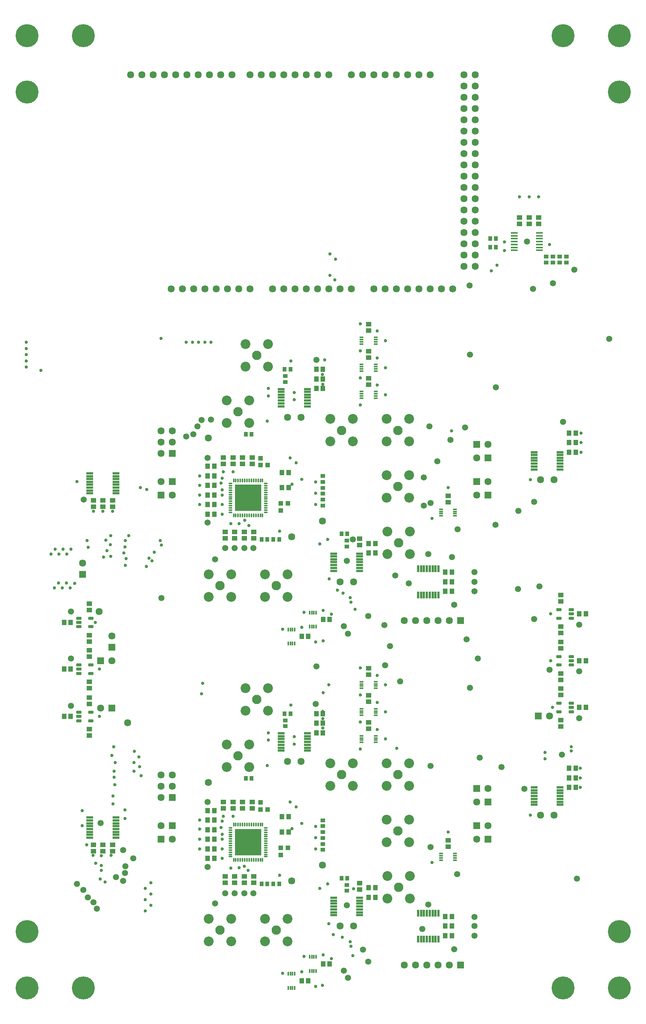
<source format=gbr>
%FSTAX23Y23*%
%MOIN*%
%SFA1B1*%

%IPPOS*%
%AMD65*
4,1,8,0.021900,-0.009800,0.021900,0.009800,0.017700,0.014000,-0.017700,0.014000,-0.021900,0.009800,-0.021900,-0.009800,-0.017700,-0.014000,0.017700,-0.014000,0.021900,-0.009800,0.0*
1,1,0.008425,0.017700,-0.009800*
1,1,0.008425,0.017700,0.009800*
1,1,0.008425,-0.017700,0.009800*
1,1,0.008425,-0.017700,-0.009800*
%
%ADD12R,0.062992X0.013780*%
%ADD57R,0.045748X0.041811*%
%ADD58R,0.041811X0.035905*%
%ADD59R,0.035905X0.041811*%
%ADD60R,0.062480X0.022126*%
%ADD61O,0.014252X0.033937*%
%ADD62O,0.033937X0.014252*%
%ADD63R,0.041811X0.045748*%
%ADD64R,0.037874X0.016220*%
G04~CAMADD=65~8~0.0~0.0~280.3~437.8~42.1~0.0~15~0.0~0.0~0.0~0.0~0~0.0~0.0~0.0~0.0~0~0.0~0.0~0.0~270.0~438.0~280.0*
%ADD65D65*%
%ADD66R,0.022126X0.062480*%
%ADD67R,0.016220X0.037874*%
%ADD68R,0.238267X0.238267*%
%ADD69R,0.039842X0.039842*%
%ADD70R,0.039842X0.039842*%
%ADD71C,0.204409*%
%ADD72C,0.063464*%
%ADD73C,0.204409*%
%ADD74C,0.087086*%
%ADD75R,0.063464X0.063464*%
%ADD76C,0.083149*%
%ADD77R,0.063464X0.063464*%
%ADD78C,0.029409*%
%ADD79C,0.063464*%
%ADD80C,0.054409*%
%LNcfd_2channel_soldermask_top-1*%
%LPD*%
G54D12*
X047Y06851D03*
Y06826D03*
Y068D03*
Y06775D03*
Y06749D03*
Y06723D03*
Y06698D03*
X04479D03*
Y06723D03*
Y06749D03*
Y06775D03*
Y068D03*
Y06826D03*
Y06851D03*
G54D57*
X04695Y06931D03*
Y06988D03*
X0461Y06931D03*
Y06988D03*
X04525Y06931D03*
Y06988D03*
X01895Y04801D03*
X0191Y04198D03*
X01895Y01746D03*
X0191Y01143D03*
X0389Y04518D03*
X03185Y06043D03*
Y05803D03*
Y05563D03*
X03105Y04138D03*
X0489Y03301D03*
Y03638D03*
Y03223D03*
X02165Y04141D03*
X0208D03*
X0489Y02886D03*
Y02808D03*
X03185Y02988D03*
Y02748D03*
Y02508D03*
X0489Y02471D03*
X0389Y01463D03*
X03105Y01083D03*
X02165Y01086D03*
X0208D03*
X02065Y04858D03*
X01895D03*
X0198D03*
X01995Y04141D03*
X0191D03*
X0091Y04421D03*
X0074D03*
X00825D03*
X00705Y03563D03*
Y03148D03*
Y03226D03*
Y02728D03*
Y02811D03*
Y02391D03*
X02065Y01803D03*
X0198D03*
X01895D03*
X01995Y01086D03*
X0191D03*
X00825Y01366D03*
X0091D03*
X0074D03*
X0215Y01803D03*
Y01746D03*
X03105Y01026D03*
X03185Y02691D03*
Y02451D03*
Y02931D03*
X01995Y01143D03*
X0198Y01746D03*
X0389Y01406D03*
X0208Y01143D03*
X02065Y01746D03*
X02165Y01143D03*
Y04198D03*
X02065Y04801D03*
X0208Y04198D03*
X0389Y04461D03*
X0198Y04801D03*
X01995Y04198D03*
X03185Y05986D03*
Y05506D03*
Y05746D03*
X03105Y04081D03*
X0215Y04858D03*
Y04801D03*
X0489Y02528D03*
X00705Y02671D03*
X0489Y02751D03*
X00705Y02448D03*
X0489Y03358D03*
Y02943D03*
Y03581D03*
Y03166D03*
X00705Y03506D03*
Y03091D03*
Y03283D03*
Y02868D03*
X0074Y04478D03*
X00825D03*
X0091D03*
X0074Y01423D03*
X00825D03*
X0091D03*
G54D58*
X0494Y06589D03*
Y0664D03*
X0482Y06589D03*
Y0664D03*
X0488Y06589D03*
Y0664D03*
X0476Y06589D03*
Y0664D03*
X02779Y04643D03*
Y04538D03*
Y04433D03*
Y01588D03*
Y01483D03*
Y01378D03*
Y01639D03*
X02445Y02525D03*
Y02474D03*
X02779Y01534D03*
X0299Y01065D03*
Y01014D03*
X02779Y01429D03*
Y04484D03*
X0299Y0412D03*
Y04069D03*
X02779Y04589D03*
X02445Y0558D03*
Y05529D03*
X02779Y04694D03*
G54D59*
X04264Y06725D03*
X04315D03*
Y068D03*
X04264D03*
X0249Y0564D03*
X02145Y05065D03*
X02944Y0418D03*
X02285Y0413D03*
X0239D03*
X0249Y02585D03*
X02145Y0201D03*
X02944Y01125D03*
X02285Y01075D03*
X0239D03*
X02094Y0201D03*
X02339Y01075D03*
X02234D03*
X02439Y02585D03*
X02995Y01125D03*
Y0418D03*
X02439Y0564D03*
X02234Y0413D03*
X02339D03*
X02094Y05065D03*
G54D60*
X04654Y04804D03*
X02409Y05364D03*
Y02309D03*
X04654Y01829D03*
X02874Y03904D03*
Y00849D03*
X04654Y04753D03*
X02409Y05313D03*
X02874Y03853D03*
X04654Y01778D03*
X02409Y02258D03*
X02874Y00798D03*
X00709Y04642D03*
Y01664D03*
Y01638D03*
Y01587D03*
Y01485D03*
X04654Y04906D03*
Y04881D03*
Y04855D03*
Y0483D03*
Y04778D03*
X04885Y04753D03*
Y04778D03*
Y04804D03*
Y0483D03*
Y04855D03*
Y04881D03*
Y04906D03*
X02409Y02411D03*
Y02386D03*
Y0236D03*
Y02335D03*
Y02283D03*
X0264Y02258D03*
Y02283D03*
Y02309D03*
Y02335D03*
Y0236D03*
Y02386D03*
Y02411D03*
X02874Y00951D03*
Y00926D03*
Y009D03*
Y00875D03*
Y00823D03*
X03105Y00798D03*
Y00823D03*
Y00849D03*
Y00875D03*
Y009D03*
Y00926D03*
Y00951D03*
X02874Y04006D03*
Y03981D03*
Y03955D03*
Y0393D03*
Y03878D03*
X03105Y03853D03*
Y03878D03*
Y03904D03*
Y0393D03*
Y03955D03*
Y03981D03*
Y04006D03*
X02409Y05466D03*
Y05441D03*
Y05415D03*
Y0539D03*
Y05338D03*
X0264Y05313D03*
Y05338D03*
Y05364D03*
Y0539D03*
Y05415D03*
Y05441D03*
Y05466D03*
X04885Y01931D03*
Y01906D03*
Y0188D03*
Y01855D03*
Y01829D03*
Y01803D03*
Y01778D03*
X04654Y01803D03*
Y01855D03*
Y0188D03*
Y01906D03*
Y01931D03*
X0094Y0454D03*
Y04566D03*
Y04591D03*
Y04617D03*
Y04642D03*
Y04668D03*
Y04693D03*
Y04719D03*
X00709D03*
Y04693D03*
Y04668D03*
Y04617D03*
Y04591D03*
Y04566D03*
Y0454D03*
Y01511D03*
Y01536D03*
Y01562D03*
Y01613D03*
X0094Y01664D03*
Y01638D03*
Y01613D03*
Y01587D03*
Y01562D03*
Y01536D03*
Y01511D03*
Y01485D03*
G54D61*
X02026Y04344D03*
Y04655D03*
Y01289D03*
Y016D03*
X02242Y04655D03*
X02105D03*
X02065Y04344D03*
X02242Y016D03*
X02105D03*
X02065Y01289D03*
X01987Y04655D03*
Y016D03*
X02242Y01289D03*
X02223D03*
X02203D03*
X02183D03*
X02164D03*
X02144D03*
X02124D03*
X02105D03*
X02085D03*
X02046D03*
X02006D03*
X01987D03*
X02006Y016D03*
X02046D03*
X02065D03*
X02085D03*
X02124D03*
X02144D03*
X02164D03*
X02183D03*
X02203D03*
X02223D03*
Y04655D03*
X02203D03*
X02183D03*
X02164D03*
X02144D03*
X02124D03*
X02085D03*
X02065D03*
X02046D03*
X02006D03*
X01987Y04344D03*
X02006D03*
X02046D03*
X02085D03*
X02105D03*
X02124D03*
X02144D03*
X02164D03*
X02183D03*
X02203D03*
X02223D03*
X02242D03*
G54D62*
X01959Y0449D03*
Y01435D03*
X0227Y04627D03*
Y04391D03*
Y01572D03*
Y01336D03*
X01959Y04509D03*
Y04391D03*
Y01454D03*
Y01336D03*
Y01317D03*
Y01356D03*
Y01376D03*
Y01395D03*
Y01415D03*
Y01474D03*
Y01494D03*
Y01513D03*
Y01533D03*
Y01553D03*
Y01572D03*
X0227Y01553D03*
Y01533D03*
Y01513D03*
Y01494D03*
Y01474D03*
Y01454D03*
Y01435D03*
Y01415D03*
Y01395D03*
Y01376D03*
Y01356D03*
Y01317D03*
Y04372D03*
Y04411D03*
Y04431D03*
Y0445D03*
Y0447D03*
Y0449D03*
Y04509D03*
Y04529D03*
Y04549D03*
Y04568D03*
Y04588D03*
Y04608D03*
X01959Y04627D03*
Y04608D03*
Y04588D03*
Y04568D03*
Y04549D03*
Y04529D03*
Y0447D03*
Y0445D03*
Y04431D03*
Y04411D03*
Y04372D03*
G54D63*
X01813Y0444D03*
Y01385D03*
X05023Y05075D03*
Y0499D03*
Y04905D03*
X03243Y04095D03*
X05056Y0347D03*
X03923Y0384D03*
Y03755D03*
X03243Y0401D03*
X03923Y0367D03*
X02777Y05555D03*
Y0564D03*
Y0547D03*
X02473Y0459D03*
Y04725D03*
X02838Y0342D03*
X02648Y0327D03*
X05056Y03055D03*
Y0264D03*
X05023Y02015D03*
Y021D03*
Y0193D03*
X03923Y007D03*
Y00785D03*
Y00615D03*
X03243Y00955D03*
Y0104D03*
X02777Y025D03*
Y02585D03*
Y02415D03*
X02473Y01535D03*
Y0167D03*
X02838Y00365D03*
X02648Y00215D03*
X01756Y0478D03*
Y0461D03*
Y04695D03*
Y0444D03*
Y04525D03*
Y04355D03*
X00538Y03395D03*
Y0298D03*
Y0256D03*
X01756Y01725D03*
Y0164D03*
Y01555D03*
Y0147D03*
Y01385D03*
Y013D03*
X04966Y05075D03*
Y04905D03*
Y0499D03*
X0272Y02585D03*
Y025D03*
Y02415D03*
X03186Y0104D03*
Y00955D03*
X03866Y00785D03*
Y007D03*
Y00615D03*
X02781Y00365D03*
X02591Y00215D03*
X01813Y0147D03*
Y013D03*
X02416Y0167D03*
X01813Y01555D03*
Y0164D03*
Y01725D03*
X02416Y01535D03*
X01813Y0478D03*
Y04695D03*
Y0461D03*
X02416Y0459D03*
Y04725D03*
X01813Y04355D03*
Y04525D03*
X02591Y0327D03*
X02781Y0342D03*
X03866Y0367D03*
Y03755D03*
Y0384D03*
X03186Y0401D03*
Y04095D03*
X0272Y0547D03*
Y05555D03*
Y0564D03*
X05113Y0264D03*
X00481Y0256D03*
X05113Y0347D03*
Y03055D03*
X00481Y03395D03*
Y0298D03*
X04966Y0193D03*
Y02015D03*
Y021D03*
G54D64*
X03827Y0434D03*
X03122Y05865D03*
Y05385D03*
Y05625D03*
Y0281D03*
Y0257D03*
X03827Y01285D03*
X03122Y0233D03*
X03247Y02629D03*
Y02609D03*
Y0259D03*
Y0257D03*
X03122Y0259D03*
Y02609D03*
Y02629D03*
X03247Y02389D03*
Y02369D03*
Y0235D03*
Y0233D03*
X03122Y0235D03*
Y02369D03*
Y02389D03*
X03247Y02869D03*
Y02849D03*
Y0283D03*
Y0281D03*
X03122Y0283D03*
Y02849D03*
Y02869D03*
X03952Y01344D03*
Y01324D03*
Y01305D03*
Y01285D03*
X03827Y01305D03*
Y01324D03*
Y01344D03*
X03952Y04399D03*
Y04379D03*
Y0436D03*
Y0434D03*
X03827Y0436D03*
Y04379D03*
Y04399D03*
X03122Y05924D03*
Y05904D03*
Y05885D03*
X03247Y05865D03*
Y05885D03*
Y05904D03*
Y05924D03*
X03122Y05444D03*
Y05424D03*
Y05405D03*
X03247Y05385D03*
Y05405D03*
Y05424D03*
Y05444D03*
X03122Y05684D03*
Y05664D03*
Y05645D03*
X03247Y05625D03*
Y05645D03*
Y05664D03*
Y05684D03*
G54D65*
X04984Y0347D03*
Y03055D03*
Y0264D03*
X0061Y03395D03*
Y0298D03*
Y0256D03*
X04875Y02602D03*
Y02677D03*
X04984D03*
Y02602D03*
X0061Y02597D03*
Y02522D03*
X00719D03*
Y02597D03*
X04984Y03432D03*
Y03507D03*
X04875D03*
Y03432D03*
Y03017D03*
Y03092D03*
X04984D03*
Y03017D03*
X0061Y03432D03*
Y03357D03*
X00719D03*
Y03432D03*
X0061Y03017D03*
Y02942D03*
X00719D03*
Y03017D03*
G54D66*
X03702Y03639D03*
Y00584D03*
X03804Y00815D03*
X03778D03*
X03753D03*
X03727D03*
X03702D03*
X03676D03*
X03651D03*
X03625D03*
Y00584D03*
X03651D03*
X03676D03*
X03727D03*
X03753D03*
X03778D03*
X03804D03*
Y0387D03*
X03778D03*
X03753D03*
X03727D03*
X03702D03*
X03676D03*
X03651D03*
X03625D03*
Y03639D03*
X03651D03*
X03676D03*
X03727D03*
X03753D03*
X03778D03*
X03804D03*
G54D67*
X0266Y03482D03*
X0247Y03332D03*
X0266Y00427D03*
X0247Y00277D03*
X02719Y00302D03*
X02699D03*
X0268D03*
X0266D03*
X0268Y00427D03*
X02699D03*
X02719D03*
X02529Y00152D03*
X02509D03*
X0249D03*
X0247D03*
X0249Y00277D03*
X02509D03*
X02529D03*
Y03207D03*
X02509D03*
X0249D03*
X0247D03*
X0249Y03332D03*
X02509D03*
X02529D03*
X02719Y03357D03*
X02699D03*
X0268D03*
X0266D03*
X0268Y03482D03*
X02699D03*
X02719D03*
G54D68*
X02115Y045D03*
Y01445D03*
G54D69*
X02225Y01735D03*
X02287D03*
X02225Y01797D03*
Y0479D03*
X02287D03*
X02225Y04852D03*
G54D70*
X02405Y01395D03*
Y01332D03*
X02467Y01395D03*
X02405Y0445D03*
Y04387D03*
X02467Y0445D03*
G54D71*
X0491Y0015D03*
X0541Y0065D03*
Y081D03*
X0491Y086D03*
X0065Y0015D03*
X0015Y0065D03*
Y081D03*
X0065Y086D03*
G54D72*
X0471Y0466D03*
X02465Y05215D03*
Y0216D03*
X0471Y01685D03*
X0293Y03755D03*
Y007D03*
X00645Y0392D03*
X0413Y06554D03*
X0403D03*
X0203Y06355D03*
X0193D03*
X0137Y08255D03*
X0483Y0466D03*
X0134Y04895D03*
X0144Y04995D03*
X0134D03*
X0144Y05094D03*
X0134D03*
Y0184D03*
X0144Y0194D03*
X0134D03*
X0144Y0204D03*
X0134D03*
X02585Y0216D03*
X0305Y007D03*
X0176Y01975D03*
X039Y00355D03*
X038D03*
X037D03*
X036D03*
X035D03*
X025Y011D03*
X02775Y0124D03*
X0134Y0159D03*
X0144Y0147D03*
X04245Y0192D03*
X04145Y018D03*
X04245Y0159D03*
X04145Y0147D03*
X02775Y04295D03*
X0176Y0503D03*
X04245Y04645D03*
X04145Y04525D03*
X04245Y04975D03*
X04145Y04855D03*
X0134Y04645D03*
X0144Y04525D03*
X025Y04155D03*
X039Y0341D03*
X038D03*
X037D03*
X036D03*
X035D03*
X0305Y03755D03*
X02585Y05215D03*
X0479Y02565D03*
X00805Y02635D03*
X00905Y03055D03*
Y03275D03*
X0483Y01685D03*
X0243Y06355D03*
X0263D03*
X0253D03*
X0283D03*
X0273D03*
X0303D03*
X0293D03*
X0233D03*
X0413Y06655D03*
X0403D03*
X0413Y06955D03*
Y06855D03*
Y06755D03*
Y07055D03*
X0403Y06955D03*
Y06855D03*
Y06755D03*
Y07055D03*
X0413Y07454D03*
Y07355D03*
X0403D03*
X0413Y07254D03*
X0403D03*
X0413Y07155D03*
X0403D03*
Y07454D03*
X0413Y07755D03*
Y07655D03*
Y07555D03*
Y07855D03*
X0403Y07755D03*
Y07655D03*
Y07555D03*
Y07855D03*
X0313Y08255D03*
X0333D03*
X0323D03*
X0353D03*
X0343D03*
X0373D03*
X0363D03*
X0303D03*
X0223D03*
X0243D03*
X0233D03*
X0263D03*
X0253D03*
X0283D03*
X0273D03*
X0157D03*
X0147D03*
X0177D03*
X0167D03*
X0117D03*
X0107D03*
X0127D03*
X0197D03*
X0187D03*
X0213D03*
X0413D03*
Y08154D03*
X0403D03*
X0413Y08055D03*
X0403D03*
X0413Y07955D03*
X0403D03*
Y08255D03*
X0333Y06355D03*
X0353D03*
X0343D03*
X0373D03*
X0363D03*
X0393D03*
X0383D03*
X0323D03*
X0153D03*
X0173D03*
X0163D03*
X0183D03*
X0213D03*
X0143D03*
G54D73*
X0015Y086D03*
Y0015D03*
X0541Y086D03*
Y0015D03*
G54D74*
X03545Y052D03*
X03345D03*
X03545Y05D03*
X03345Y047D03*
Y05D03*
X03545Y045D03*
Y047D03*
X0355Y042D03*
X0335D03*
X03345Y045D03*
X0355Y04D03*
X0335D03*
X02845Y052D03*
X0229Y05665D03*
Y05864D03*
X03045Y052D03*
Y05D03*
X02845D03*
X02125Y05164D03*
Y05365D03*
X02465Y0362D03*
Y0382D03*
X02265Y0362D03*
Y0382D03*
X03545Y01645D03*
Y01945D03*
X0355Y01145D03*
Y00945D03*
X03545Y02145D03*
X03345Y01645D03*
Y01945D03*
X03545Y01445D03*
X0335Y01145D03*
X03345Y01445D03*
Y02145D03*
X0335Y00945D03*
X02845Y02145D03*
X0229Y0261D03*
Y0281D03*
X03045Y02145D03*
Y01945D03*
X02845D03*
X02125Y0211D03*
Y0231D03*
X02465Y00565D03*
Y00765D03*
X02265Y00565D03*
Y00765D03*
X0209Y05864D03*
Y05665D03*
X01925Y05164D03*
Y05365D03*
X0209Y0281D03*
Y0261D03*
X01965Y0382D03*
Y0362D03*
X01925Y0211D03*
Y0231D03*
X01765Y0362D03*
Y0382D03*
X01965Y00765D03*
Y00565D03*
X01765D03*
Y00765D03*
G54D75*
X0144Y04895D03*
Y0184D03*
X00645Y0382D03*
X00905Y03175D03*
G54D76*
X02365Y00665D03*
X02025Y0221D03*
X01865Y00665D03*
X02945Y02045D03*
X0219Y0271D03*
X03445Y02045D03*
X0345Y01045D03*
X03445Y01545D03*
X0345Y041D03*
X03445Y046D03*
X0219Y05765D03*
X03445Y05099D03*
X01865Y0372D03*
X02945Y05099D03*
X02365Y0372D03*
X02025Y05265D03*
G54D77*
X04Y00355D03*
X0144Y0159D03*
X0134Y0147D03*
X04145Y0192D03*
X04245Y018D03*
X04145Y0159D03*
X04245Y0147D03*
X04145Y04645D03*
X04245Y04525D03*
X04145Y04975D03*
X04245Y04855D03*
X0144Y04645D03*
X0134Y04525D03*
X04Y0341D03*
X0469Y02565D03*
X00905Y02635D03*
X00805Y03055D03*
G54D78*
X01335Y0412D03*
X0305Y0103D03*
X03436Y02278D03*
X0326Y02925D03*
X03335Y0284D03*
X03749Y01264D03*
X05065Y021D03*
X0507Y0499D03*
Y05075D03*
Y04905D03*
X04985Y0229D03*
X04273Y06516D03*
X0284Y06475D03*
X02841Y06666D03*
X02885Y06435D03*
X0289Y06619D03*
X02523Y05435D03*
X04325Y06565D03*
X0479Y06747D03*
X0439Y06773D03*
X04525Y0717D03*
X0461D03*
X04695D03*
X0439Y06694D03*
X05065Y0193D03*
Y02015D03*
X0081Y01325D03*
X00642Y01725D03*
X0064Y0159D03*
X0068Y0142D03*
X00738Y01327D03*
X00898D03*
X0081Y01237D03*
X0076Y01257D03*
X02777Y02458D03*
X02777Y02542D03*
X02778Y05509D03*
X02775Y05595D03*
X0091Y0438D03*
X00825D03*
X0074D03*
X01685Y01385D03*
Y0147D03*
Y01642D03*
Y0156D03*
Y04695D03*
Y0461D03*
Y0444D03*
Y04525D03*
X01875Y0463D03*
X01886Y04675D03*
X0173Y05882D03*
X01675D03*
X0162D03*
X01565D03*
X01785D03*
X0134Y05915D03*
X00145Y0566D03*
X00275Y0563D03*
X00145Y0588D03*
Y05825D03*
Y0577D03*
Y05715D03*
X0198Y0473D03*
X01895D03*
X03063Y0351D03*
X02907Y0368D03*
X0278Y0277D03*
X02777Y02606D03*
X0212Y04255D03*
X00845Y0109D03*
X02034Y01217D03*
X0125Y01085D03*
X02115Y01195D03*
X0208Y0123D03*
X00802Y01117D03*
X012Y00835D03*
X0081Y01195D03*
X01886Y01631D03*
X01885Y01515D03*
Y0457D03*
X02085Y043D03*
X01874Y01576D03*
X004Y04045D03*
X0054D03*
X00365Y04D03*
X00505D03*
X0047Y04045D03*
X00435Y04D03*
X00465Y037D03*
X00573Y03742D03*
X005Y03745D03*
X00535Y037D03*
X0043Y03745D03*
X00395Y037D03*
X00925Y02075D03*
Y0202D03*
X0093Y01955D03*
X00935Y0215D03*
X00905Y02215D03*
X0092Y0229D03*
X01165Y02035D03*
X011Y02075D03*
X0115Y02115D03*
X011Y0215D03*
X01145Y022D03*
X01105Y0225D03*
X0171Y02855D03*
X017Y0276D03*
X0283Y0284D03*
X0086Y0403D03*
X0083Y03975D03*
X00895Y0398D03*
X0089Y04085D03*
X0085Y04125D03*
X00895Y04165D03*
X00685Y0412D03*
X00695Y0406D03*
X01025Y039D03*
X0103Y0396D03*
X0101Y0401D03*
X0102Y04065D03*
X01025Y0412D03*
X01055Y04165D03*
X04985Y02255D03*
X0475Y02185D03*
Y0224D03*
X00595Y04645D03*
X01157Y04593D03*
X01216Y04576D03*
X03028Y00521D03*
X02855Y00412D03*
X03046Y00438D03*
X0302Y0056D03*
X0102Y0173D03*
Y01655D03*
X00915Y01855D03*
Y01785D03*
X00795Y0256D03*
X0283Y0072D03*
X0287Y00625D03*
X02835Y0378D03*
X03028Y03576D03*
X02957Y03655D03*
X02855Y03467D03*
X0302Y03615D03*
X02495Y0266D03*
X02715Y0322D03*
X0462Y0466D03*
X04818Y0264D03*
X048Y03055D03*
X0242Y03335D03*
X0278Y0323D03*
Y035D03*
X02775Y00175D03*
X0278Y00445D03*
X00757Y03395D03*
X01345Y04082D03*
X0126Y0394D03*
X0121Y0389D03*
X01235Y03964D03*
X0128Y04019D03*
X0125Y00985D03*
X012Y01035D03*
X0125Y00885D03*
X012Y00935D03*
X00795Y0298D03*
X0259Y00295D03*
X02715Y00165D03*
X0311Y0299D03*
X02487Y018D03*
X0254Y01758D03*
X0389Y01535D03*
X02506Y01565D03*
X0259Y0161D03*
X02523Y0238D03*
X02295Y02415D03*
X02523Y02315D03*
X02295Y0235D03*
X02285Y02125D03*
X0295Y006D03*
X0275Y01035D03*
X0282Y01075D03*
X0311Y0251D03*
Y0227D03*
X0261Y0043D03*
X0242Y0028D03*
X0311Y0275D03*
X03335Y026D03*
Y0236D03*
X02715Y01585D03*
Y01485D03*
Y01385D03*
X01885Y013D03*
Y01385D03*
X01895Y01675D03*
X0198D03*
X02395Y0115D03*
X02487Y04855D03*
X02295Y0547D03*
X02523Y0537D03*
X02295Y05405D03*
X0275Y0409D03*
X0259Y04665D03*
X0261Y03485D03*
X02495Y05715D03*
X02795Y05724D03*
X02715Y0444D03*
Y0454D03*
Y0464D03*
X0254Y04813D03*
X02285Y0518D03*
X0462Y01685D03*
X048Y0347D03*
X01885Y0147D03*
X0326Y02685D03*
Y02445D03*
X0196Y01215D03*
X02395Y04205D03*
X02035Y0427D03*
X01885Y04355D03*
Y0444D03*
X03335Y05415D03*
Y05654D03*
Y05895D03*
X0392Y05094D03*
X0282Y0413D03*
X02506Y0462D03*
X0259Y0335D03*
X0311Y05805D03*
Y05565D03*
X0326Y0574D03*
Y055D03*
X0311Y05325D03*
Y06045D03*
X0326Y0598D03*
X03749Y04319D03*
X0389Y0459D03*
X01885Y04525D03*
X0196Y0427D03*
X02115Y04586D03*
X02201D03*
X02158D03*
X02201Y04543D03*
X02158D03*
X02115D03*
X02158Y045D03*
X02201D03*
Y04456D03*
X02158D03*
X02115Y045D03*
Y04456D03*
X02201Y04413D03*
X02115D03*
X02158D03*
X02115Y01531D03*
X02201D03*
X02158D03*
X02201Y01488D03*
X02158D03*
X02115D03*
X02158Y01445D03*
X02201D03*
Y01401D03*
X02158D03*
X02115Y01445D03*
Y01401D03*
X02201Y01358D03*
X02115D03*
X02158D03*
X02071Y04586D03*
Y04543D03*
X02028Y04586D03*
Y04543D03*
X02071Y045D03*
Y04456D03*
X02028Y04413D03*
X02071D03*
X02028Y045D03*
Y04456D03*
X02071Y01531D03*
X02028D03*
X02071Y01488D03*
Y01445D03*
Y01401D03*
Y01358D03*
X02028Y01445D03*
Y01488D03*
Y01358D03*
Y01401D03*
G54D79*
X01045Y02505D03*
X0079Y0349D03*
G54D80*
X03925Y03975D03*
X0342Y0381D03*
X0318Y03453D03*
X0431Y0426D03*
X04645Y06355D03*
X04315Y0548D03*
X04085Y02815D03*
X03465Y0287D03*
X0272Y03005D03*
X0532Y0591D03*
X0482Y06405D03*
X05035Y0112D03*
X0501Y06525D03*
X05055Y03375D03*
X04085Y0577D03*
X0408Y06385D03*
X03675Y0468D03*
X03045Y0413D03*
X03675Y0443D03*
X03795Y04825D03*
X0391Y05015D03*
X0404Y05125D03*
X0459Y06775D03*
X0491Y05175D03*
X04125Y0367D03*
Y03755D03*
Y0384D03*
Y00615D03*
Y007D03*
Y0078D03*
X01025Y01232D03*
X0216Y0099D03*
X0208D03*
X01995D03*
X0191D03*
X0182Y009D03*
X0216Y04055D03*
X0208D03*
X01995D03*
X0191D03*
X01755Y04855D03*
X017Y0519D03*
X01785Y05195D03*
X01665Y05135D03*
X01627Y05065D03*
X04515Y04385D03*
X04655Y04465D03*
X047Y03715D03*
X04655Y03425D03*
X03375Y03185D03*
X03325Y0337D03*
X02715Y0267D03*
X049Y0222D03*
X01005Y01375D03*
X01565Y05045D03*
X0077Y00855D03*
X0074Y0091D03*
X00595Y01075D03*
X0065Y0102D03*
X0069Y00955D03*
X01005Y011D03*
X01022Y01172D03*
X0094Y01135D03*
X01095Y013D03*
X0054Y0349D03*
X0451Y0369D03*
X0366Y00675D03*
X03715Y0089D03*
X0318Y00385D03*
X03542Y03742D03*
X03715Y04D03*
X03735Y0212D03*
X0479Y02975D03*
X0417Y02195D03*
X04567Y01917D03*
X04365Y0211D03*
X04055Y03245D03*
X04155Y03075D03*
X03975Y0422D03*
X0397Y0116D03*
X0333Y03015D03*
X02965Y0336D03*
X01344Y03612D03*
X00803Y01616D03*
X0054Y02655D03*
Y03075D03*
X00655Y04485D03*
X05055Y02545D03*
Y0296D03*
X03945Y00495D03*
X01755Y01225D03*
Y018D03*
X0299Y00885D03*
X03135Y0049D03*
X02965Y00305D03*
X03Y0024D03*
Y03295D03*
X0299Y0394D03*
X03945Y0355D03*
X03735Y014D03*
X0182Y03955D03*
X0272Y05724D03*
X03735Y04455D03*
X03725Y05135D03*
X01755Y0428D03*
M02*
</source>
